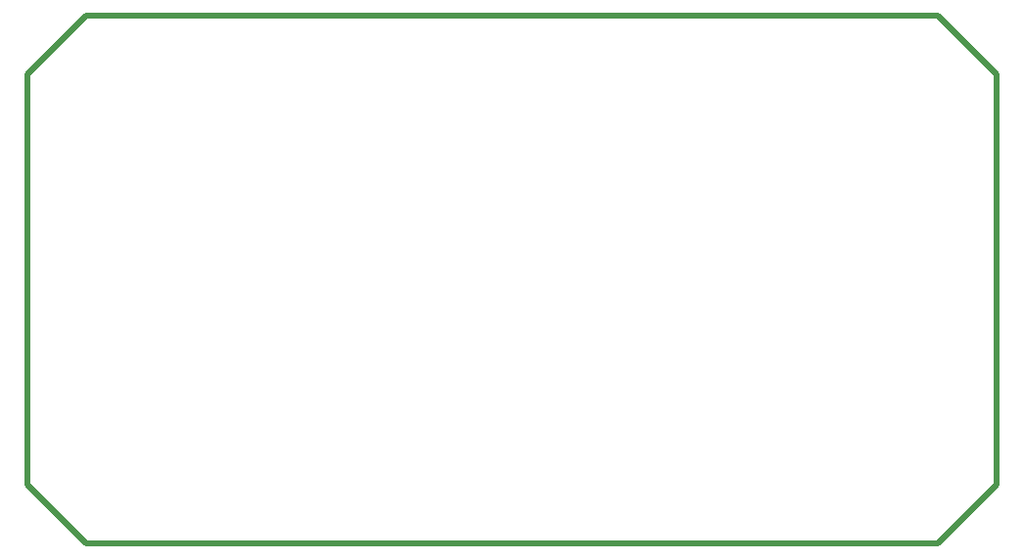
<source format=gm1>
G04 Layer_Color=16711935*
%FSLAX24Y24*%
%MOIN*%
G70*
G01*
G75*
%ADD31C,0.0197*%
G54D31*
X-0Y2000D02*
Y16000D01*
Y2000D02*
X2000Y0D01*
Y18000D02*
X31000D01*
X33000Y2000D02*
Y16000D01*
X2000Y0D02*
X31000D01*
Y18000D02*
X33000Y16000D01*
X-0D02*
X2000Y18000D01*
X31000Y0D02*
X33000Y2000D01*
M02*

</source>
